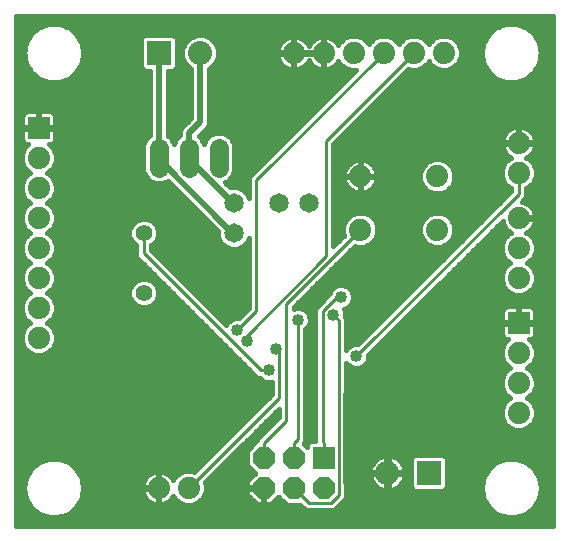
<source format=gbl>
G75*
G70*
%OFA0B0*%
%FSLAX24Y24*%
%IPPOS*%
%LPD*%
%AMOC8*
5,1,8,0,0,1.08239X$1,22.5*
%
%ADD10R,0.0740X0.0740*%
%ADD11OC8,0.0740*%
%ADD12C,0.0740*%
%ADD13R,0.0800X0.0800*%
%ADD14C,0.0800*%
%ADD15C,0.0560*%
%ADD16C,0.0650*%
%ADD17C,0.0640*%
%ADD18C,0.0160*%
%ADD19C,0.0200*%
%ADD20C,0.0400*%
%ADD21C,0.0100*%
D10*
X011061Y002682D03*
X017561Y007182D03*
X001561Y013682D03*
D11*
X009061Y002682D03*
X010061Y002682D03*
X010061Y001682D03*
X009061Y001682D03*
X011061Y001682D03*
D12*
X006561Y001682D03*
X005561Y001682D03*
X001561Y006682D03*
X001561Y007682D03*
X001561Y008682D03*
X001561Y009682D03*
X001561Y010682D03*
X001561Y011682D03*
X001561Y012682D03*
X010061Y016182D03*
X011061Y016182D03*
X012061Y016182D03*
X013061Y016182D03*
X014061Y016182D03*
X015061Y016182D03*
X017561Y013182D03*
X017561Y012182D03*
X017561Y010682D03*
X017561Y009682D03*
X017561Y008682D03*
X017561Y006182D03*
X017561Y005182D03*
X017561Y004182D03*
X014841Y010292D03*
X014841Y012072D03*
X012281Y012072D03*
X012281Y010292D03*
D13*
X005561Y016182D03*
X014561Y002182D03*
D14*
X013183Y002182D03*
X006939Y016182D03*
D15*
X005061Y010182D03*
X005061Y008182D03*
D16*
X008061Y010182D03*
X008061Y011182D03*
X009561Y011182D03*
X010561Y011182D03*
D17*
X007561Y012362D02*
X007561Y013002D01*
X006561Y013002D02*
X006561Y012362D01*
X005561Y012362D02*
X005561Y013002D01*
D18*
X000801Y017428D02*
X000801Y000422D01*
X018689Y000422D01*
X018689Y017428D01*
X000801Y017428D01*
X000801Y017378D02*
X018689Y017378D01*
X018689Y017219D02*
X000801Y017219D01*
X000801Y017061D02*
X001641Y017061D01*
X001569Y017035D02*
X001569Y017035D01*
X001890Y017152D01*
X001890Y017152D01*
X002013Y017152D01*
X002061Y017152D01*
X002061Y017152D01*
X002109Y017152D01*
X002232Y017152D01*
X002232Y017152D01*
X002554Y017035D01*
X002554Y017035D01*
X002816Y016815D01*
X002816Y016815D01*
X002987Y016518D01*
X002987Y016518D01*
X003046Y016182D01*
X003046Y016182D01*
X002987Y015845D01*
X002987Y015845D01*
X002816Y015548D01*
X002816Y015548D01*
X002816Y015548D01*
X002554Y015329D01*
X002554Y015329D01*
X002232Y015212D01*
X002232Y015212D01*
X002061Y015212D01*
X002013Y015212D01*
X001890Y015212D01*
X001890Y015212D01*
X001569Y015329D01*
X001569Y015329D01*
X001307Y015548D01*
X001307Y015548D01*
X001136Y015845D01*
X001136Y015845D01*
X001076Y016182D01*
X001136Y016518D01*
X001136Y016518D01*
X001307Y016815D01*
X001307Y016815D01*
X001569Y017035D01*
X001411Y016902D02*
X000801Y016902D01*
X000801Y016744D02*
X001266Y016744D01*
X001174Y016585D02*
X000801Y016585D01*
X000801Y016427D02*
X001119Y016427D01*
X001091Y016268D02*
X000801Y016268D01*
X000801Y016110D02*
X001089Y016110D01*
X001117Y015951D02*
X000801Y015951D01*
X000801Y015792D02*
X001166Y015792D01*
X001257Y015634D02*
X000801Y015634D01*
X000801Y015475D02*
X001394Y015475D01*
X001601Y015317D02*
X000801Y015317D01*
X000801Y015158D02*
X005261Y015158D01*
X005261Y015000D02*
X000801Y015000D01*
X000801Y014841D02*
X005261Y014841D01*
X005261Y014683D02*
X000801Y014683D01*
X000801Y014524D02*
X005261Y014524D01*
X005261Y014366D02*
X000801Y014366D01*
X000801Y014207D02*
X001100Y014207D01*
X001081Y014196D02*
X001047Y014162D01*
X001023Y014121D01*
X001011Y014075D01*
X001011Y013702D01*
X001541Y013702D01*
X001541Y014232D01*
X001167Y014232D01*
X001122Y014219D01*
X001081Y014196D01*
X001011Y014049D02*
X000801Y014049D01*
X000801Y013890D02*
X001011Y013890D01*
X001011Y013731D02*
X000801Y013731D01*
X000801Y013573D02*
X001011Y013573D01*
X001011Y013661D02*
X001011Y013288D01*
X001023Y013242D01*
X001047Y013201D01*
X001081Y013168D01*
X001122Y013144D01*
X001167Y013132D01*
X001205Y013132D01*
X001078Y013004D01*
X000991Y012795D01*
X000991Y012568D01*
X001078Y012359D01*
X001238Y012198D01*
X001279Y012182D01*
X001238Y012165D01*
X001078Y012004D01*
X000991Y011795D01*
X000991Y011568D01*
X001078Y011359D01*
X001238Y011198D01*
X001279Y011182D01*
X001238Y011165D01*
X001078Y011004D01*
X000991Y010795D01*
X000991Y010568D01*
X001078Y010359D01*
X001238Y010198D01*
X001279Y010182D01*
X001238Y010165D01*
X001078Y010004D01*
X000991Y009795D01*
X000991Y009568D01*
X001078Y009359D01*
X001238Y009198D01*
X001279Y009182D01*
X001238Y009165D01*
X001078Y009004D01*
X000991Y008795D01*
X000991Y008568D01*
X001078Y008359D01*
X001238Y008198D01*
X001279Y008182D01*
X001238Y008165D01*
X001078Y008004D01*
X000991Y007795D01*
X000991Y007568D01*
X001078Y007359D01*
X001238Y007198D01*
X001279Y007182D01*
X001238Y007165D01*
X001078Y007004D01*
X000991Y006795D01*
X000991Y006568D01*
X001078Y006359D01*
X001238Y006198D01*
X001448Y006112D01*
X001674Y006112D01*
X001884Y006198D01*
X002044Y006359D01*
X002131Y006568D01*
X002131Y006795D01*
X002044Y007004D01*
X001884Y007165D01*
X001843Y007182D01*
X001884Y007198D01*
X002044Y007359D01*
X002131Y007568D01*
X002131Y007795D01*
X002044Y008004D01*
X001884Y008165D01*
X001843Y008182D01*
X001884Y008198D01*
X002044Y008359D01*
X002131Y008568D01*
X002131Y008795D01*
X002044Y009004D01*
X001884Y009165D01*
X001843Y009182D01*
X001884Y009198D01*
X002044Y009359D01*
X002131Y009568D01*
X002131Y009795D01*
X002044Y010004D01*
X001884Y010165D01*
X001843Y010182D01*
X001884Y010198D01*
X002044Y010359D01*
X002131Y010568D01*
X002131Y010795D01*
X002044Y011004D01*
X001884Y011165D01*
X001843Y011182D01*
X001884Y011198D01*
X002044Y011359D01*
X002131Y011568D01*
X002131Y011795D01*
X002044Y012004D01*
X001884Y012165D01*
X001843Y012182D01*
X001884Y012198D01*
X002044Y012359D01*
X002131Y012568D01*
X002131Y012795D01*
X002044Y013004D01*
X001917Y013132D01*
X001955Y013132D01*
X002001Y013144D01*
X002042Y013168D01*
X002075Y013201D01*
X002099Y013242D01*
X002111Y013288D01*
X002111Y013661D01*
X001581Y013661D01*
X001581Y013702D01*
X001541Y013702D01*
X001541Y013661D01*
X001011Y013661D01*
X001011Y013414D02*
X000801Y013414D01*
X000801Y013256D02*
X001020Y013256D01*
X001171Y013097D02*
X000801Y013097D01*
X000801Y012939D02*
X001051Y012939D01*
X000991Y012780D02*
X000801Y012780D01*
X000801Y012622D02*
X000991Y012622D01*
X001035Y012463D02*
X000801Y012463D01*
X000801Y012305D02*
X001132Y012305D01*
X001219Y012146D02*
X000801Y012146D01*
X000801Y011987D02*
X001071Y011987D01*
X001005Y011829D02*
X000801Y011829D01*
X000801Y011670D02*
X000991Y011670D01*
X001014Y011512D02*
X000801Y011512D01*
X000801Y011353D02*
X001083Y011353D01*
X001247Y011195D02*
X000801Y011195D01*
X000801Y011036D02*
X001110Y011036D01*
X001025Y010878D02*
X000801Y010878D01*
X000801Y010719D02*
X000991Y010719D01*
X000994Y010561D02*
X000801Y010561D01*
X000801Y010402D02*
X001060Y010402D01*
X001193Y010243D02*
X000801Y010243D01*
X000801Y010085D02*
X001158Y010085D01*
X001046Y009926D02*
X000801Y009926D01*
X000801Y009768D02*
X000991Y009768D01*
X000991Y009609D02*
X000801Y009609D01*
X000801Y009451D02*
X001040Y009451D01*
X001144Y009292D02*
X000801Y009292D01*
X000801Y009134D02*
X001207Y009134D01*
X001066Y008975D02*
X000801Y008975D01*
X000801Y008817D02*
X001000Y008817D01*
X000991Y008658D02*
X000801Y008658D01*
X000801Y008499D02*
X001020Y008499D01*
X001096Y008341D02*
X000801Y008341D01*
X000801Y008182D02*
X001277Y008182D01*
X001097Y008024D02*
X000801Y008024D01*
X000801Y007865D02*
X001020Y007865D01*
X000991Y007707D02*
X000801Y007707D01*
X000801Y007548D02*
X000999Y007548D01*
X001065Y007390D02*
X000801Y007390D01*
X000801Y007231D02*
X001205Y007231D01*
X001146Y007073D02*
X000801Y007073D01*
X000801Y006914D02*
X001040Y006914D01*
X000991Y006756D02*
X000801Y006756D01*
X000801Y006597D02*
X000991Y006597D01*
X001045Y006438D02*
X000801Y006438D01*
X000801Y006280D02*
X001157Y006280D01*
X001424Y006121D02*
X000801Y006121D01*
X000801Y005963D02*
X008243Y005963D01*
X008084Y006121D02*
X001698Y006121D01*
X001966Y006280D02*
X007926Y006280D01*
X007767Y006438D02*
X002077Y006438D01*
X002131Y006597D02*
X007609Y006597D01*
X007450Y006756D02*
X002131Y006756D01*
X002082Y006914D02*
X007292Y006914D01*
X007133Y007073D02*
X001976Y007073D01*
X001917Y007231D02*
X006974Y007231D01*
X006816Y007390D02*
X002057Y007390D01*
X002123Y007548D02*
X006657Y007548D01*
X006499Y007707D02*
X005169Y007707D01*
X005157Y007702D02*
X005333Y007775D01*
X005468Y007910D01*
X005541Y008086D01*
X005541Y008277D01*
X005468Y008453D01*
X005333Y008588D01*
X005157Y008662D01*
X004966Y008662D01*
X004789Y008588D01*
X004654Y008453D01*
X004581Y008277D01*
X004581Y008086D01*
X004654Y007910D01*
X004789Y007775D01*
X004966Y007702D01*
X005157Y007702D01*
X004953Y007707D02*
X002131Y007707D01*
X002102Y007865D02*
X004699Y007865D01*
X004607Y008024D02*
X002025Y008024D01*
X001845Y008182D02*
X004581Y008182D01*
X004608Y008341D02*
X002027Y008341D01*
X002103Y008499D02*
X004700Y008499D01*
X004957Y008658D02*
X002131Y008658D01*
X002122Y008817D02*
X005389Y008817D01*
X005231Y008975D02*
X002056Y008975D01*
X001915Y009134D02*
X005072Y009134D01*
X004919Y009286D02*
X004849Y009356D01*
X004811Y009448D01*
X004811Y009766D01*
X004789Y009775D01*
X004654Y009910D01*
X004581Y010086D01*
X004581Y010277D01*
X004654Y010453D01*
X004789Y010588D01*
X004966Y010662D01*
X005157Y010662D01*
X005333Y010588D01*
X005468Y010453D01*
X005541Y010277D01*
X005541Y010086D01*
X005468Y009910D01*
X005333Y009775D01*
X005311Y009766D01*
X005311Y009602D01*
X007812Y007100D01*
X007842Y007171D01*
X007954Y007283D01*
X008101Y007344D01*
X008227Y007344D01*
X008561Y007678D01*
X008561Y010017D01*
X008506Y009884D01*
X008358Y009736D01*
X008166Y009657D01*
X007957Y009657D01*
X007764Y009736D01*
X007616Y009884D01*
X007536Y010077D01*
X007536Y010240D01*
X005855Y011921D01*
X005665Y011842D01*
X005458Y011842D01*
X005267Y011921D01*
X005120Y012067D01*
X005041Y012258D01*
X005041Y013105D01*
X005120Y013296D01*
X005261Y013437D01*
X005261Y015582D01*
X005078Y015582D01*
X004961Y015699D01*
X004961Y016664D01*
X005078Y016782D01*
X006044Y016782D01*
X006161Y016664D01*
X006161Y015699D01*
X006044Y015582D01*
X005861Y015582D01*
X005861Y013437D01*
X006002Y013296D01*
X006061Y013153D01*
X006120Y013296D01*
X006261Y013437D01*
X006261Y013442D01*
X006261Y013561D01*
X006307Y013672D01*
X006639Y014004D01*
X006639Y015656D01*
X006599Y015673D01*
X006430Y015842D01*
X006339Y016062D01*
X006339Y016301D01*
X006430Y016521D01*
X006599Y016690D01*
X006820Y016782D01*
X007058Y016782D01*
X007279Y016690D01*
X007448Y016521D01*
X007539Y016301D01*
X007539Y016062D01*
X007448Y015842D01*
X007279Y015673D01*
X007239Y015656D01*
X007239Y013939D01*
X007239Y013820D01*
X007193Y013710D01*
X006891Y013407D01*
X007002Y013296D01*
X007061Y013153D01*
X007120Y013296D01*
X007267Y013442D01*
X007458Y013522D01*
X007665Y013522D01*
X007856Y013442D01*
X008002Y013296D01*
X008081Y013105D01*
X008081Y012258D01*
X008002Y012067D01*
X007856Y011921D01*
X007757Y011880D01*
X007938Y011699D01*
X007957Y011707D01*
X008166Y011707D01*
X008358Y011627D01*
X008506Y011479D01*
X008561Y011346D01*
X008561Y011882D01*
X008561Y011981D01*
X008599Y012073D01*
X012138Y015612D01*
X011948Y015612D01*
X011738Y015698D01*
X011578Y015859D01*
X011549Y015928D01*
X011531Y015893D01*
X011481Y015823D01*
X011419Y015762D01*
X011349Y015711D01*
X011272Y015672D01*
X011190Y015645D01*
X011104Y015632D01*
X011081Y015632D01*
X011081Y016161D01*
X011041Y016161D01*
X011041Y015632D01*
X011018Y015632D01*
X010932Y015645D01*
X010850Y015672D01*
X010773Y015711D01*
X010703Y015762D01*
X010642Y015823D01*
X010591Y015893D01*
X010561Y015951D01*
X010561Y015951D01*
X010531Y015893D01*
X010481Y015823D01*
X010419Y015762D01*
X010349Y015711D01*
X010272Y015672D01*
X010190Y015645D01*
X010104Y015632D01*
X010081Y015632D01*
X010081Y016161D01*
X010041Y016161D01*
X010041Y015632D01*
X010018Y015632D01*
X009932Y015645D01*
X009850Y015672D01*
X009773Y015711D01*
X009703Y015762D01*
X009642Y015823D01*
X009591Y015893D01*
X009551Y015970D01*
X009525Y016053D01*
X009511Y016138D01*
X009511Y016161D01*
X010041Y016161D01*
X010041Y016202D01*
X010041Y016732D01*
X010018Y016732D01*
X009932Y016718D01*
X009850Y016691D01*
X009773Y016652D01*
X009703Y016601D01*
X009642Y016540D01*
X009591Y016470D01*
X009551Y016393D01*
X009525Y016310D01*
X009511Y016225D01*
X009511Y016202D01*
X010041Y016202D01*
X010081Y016202D01*
X010081Y016732D01*
X010104Y016732D01*
X010190Y016718D01*
X010272Y016691D01*
X010349Y016652D01*
X010419Y016601D01*
X010481Y016540D01*
X010531Y016470D01*
X010561Y016412D01*
X010591Y016470D01*
X010642Y016540D01*
X010703Y016601D01*
X010773Y016652D01*
X010850Y016691D01*
X010932Y016718D01*
X011018Y016732D01*
X011041Y016732D01*
X011041Y016202D01*
X011081Y016202D01*
X011081Y016732D01*
X011104Y016732D01*
X011190Y016718D01*
X011272Y016691D01*
X011349Y016652D01*
X011419Y016601D01*
X011481Y016540D01*
X011531Y016470D01*
X011549Y016435D01*
X011578Y016504D01*
X011738Y016665D01*
X011948Y016752D01*
X012174Y016752D01*
X012384Y016665D01*
X012544Y016504D01*
X012561Y016464D01*
X012578Y016504D01*
X012738Y016665D01*
X012948Y016752D01*
X013174Y016752D01*
X013384Y016665D01*
X013544Y016504D01*
X013561Y016464D01*
X013578Y016504D01*
X013738Y016665D01*
X013948Y016752D01*
X014174Y016752D01*
X014384Y016665D01*
X014544Y016504D01*
X014561Y016464D01*
X014578Y016504D01*
X014738Y016665D01*
X014948Y016752D01*
X015174Y016752D01*
X015384Y016665D01*
X015544Y016504D01*
X015631Y016295D01*
X015631Y016068D01*
X015544Y015859D01*
X015384Y015698D01*
X015174Y015612D01*
X014948Y015612D01*
X014738Y015698D01*
X014578Y015859D01*
X014561Y015899D01*
X014544Y015859D01*
X014384Y015698D01*
X014174Y015612D01*
X013948Y015612D01*
X013875Y015642D01*
X011380Y013147D01*
X011380Y009744D01*
X011741Y010105D01*
X011711Y010178D01*
X011711Y010405D01*
X011798Y010614D01*
X011958Y010775D01*
X012168Y010862D01*
X012394Y010862D01*
X012604Y010775D01*
X012764Y010614D01*
X012851Y010405D01*
X012851Y010178D01*
X012764Y009969D01*
X012604Y009808D01*
X012394Y009722D01*
X012168Y009722D01*
X012095Y009752D01*
X010058Y007715D01*
X010058Y007656D01*
X010118Y007681D01*
X010278Y007681D01*
X010425Y007621D01*
X010537Y007508D01*
X010598Y007361D01*
X010598Y007202D01*
X010537Y007055D01*
X010448Y006966D01*
X010448Y003368D01*
X010448Y003269D01*
X010410Y003177D01*
X010391Y003158D01*
X010491Y003058D01*
X010491Y003134D01*
X010608Y003252D01*
X010784Y003252D01*
X010784Y003259D01*
X010784Y007538D01*
X010784Y007637D01*
X010822Y007729D01*
X011244Y008152D01*
X011293Y008269D01*
X011405Y008381D01*
X011552Y008442D01*
X011711Y008442D01*
X011858Y008381D01*
X011971Y008269D01*
X012032Y008122D01*
X012032Y007963D01*
X011971Y007816D01*
X011858Y007703D01*
X011730Y007650D01*
X011775Y007539D01*
X011775Y007410D01*
X011811Y007324D01*
X011811Y006295D01*
X011812Y006296D01*
X011924Y006409D01*
X012071Y006469D01*
X012197Y006469D01*
X017311Y011583D01*
X017311Y011668D01*
X017238Y011698D01*
X017078Y011859D01*
X016991Y012068D01*
X016991Y012295D01*
X017078Y012504D01*
X017238Y012665D01*
X017308Y012694D01*
X017273Y012711D01*
X017203Y012762D01*
X017142Y012823D01*
X017091Y012893D01*
X017051Y012970D01*
X017025Y013053D01*
X017011Y013138D01*
X017011Y013161D01*
X017541Y013161D01*
X017541Y013202D01*
X017541Y013732D01*
X017518Y013732D01*
X017432Y013718D01*
X017350Y013691D01*
X017273Y013652D01*
X017203Y013601D01*
X017142Y013540D01*
X017091Y013470D01*
X017051Y013393D01*
X017025Y013310D01*
X017011Y013225D01*
X017011Y013202D01*
X017541Y013202D01*
X017581Y013202D01*
X017581Y013732D01*
X017604Y013732D01*
X017690Y013718D01*
X017772Y013691D01*
X017849Y013652D01*
X017919Y013601D01*
X017981Y013540D01*
X018031Y013470D01*
X018071Y013393D01*
X018098Y013310D01*
X018111Y013225D01*
X018111Y013202D01*
X017581Y013202D01*
X017581Y013161D01*
X018111Y013161D01*
X018111Y013138D01*
X018098Y013053D01*
X018071Y012970D01*
X018031Y012893D01*
X017981Y012823D01*
X017919Y012762D01*
X017849Y012711D01*
X017815Y012694D01*
X017884Y012665D01*
X018044Y012504D01*
X018131Y012295D01*
X018131Y012068D01*
X018044Y011859D01*
X017884Y011698D01*
X017811Y011668D01*
X017811Y011430D01*
X017773Y011338D01*
X017703Y011268D01*
X017658Y011223D01*
X017690Y011218D01*
X017772Y011191D01*
X017849Y011152D01*
X017919Y011101D01*
X017981Y011040D01*
X018031Y010970D01*
X018071Y010893D01*
X018098Y010810D01*
X018111Y010725D01*
X018111Y010702D01*
X017581Y010702D01*
X017581Y010661D01*
X018111Y010661D01*
X018111Y010638D01*
X018098Y010553D01*
X018071Y010470D01*
X018031Y010393D01*
X017981Y010323D01*
X017919Y010262D01*
X017849Y010211D01*
X017815Y010194D01*
X017884Y010165D01*
X018044Y010004D01*
X018131Y009795D01*
X018131Y009568D01*
X018044Y009359D01*
X017884Y009198D01*
X017843Y009182D01*
X017884Y009165D01*
X018044Y009004D01*
X018131Y008795D01*
X018131Y008568D01*
X018044Y008359D01*
X017884Y008198D01*
X017674Y008112D01*
X017448Y008112D01*
X017238Y008198D01*
X017078Y008359D01*
X016991Y008568D01*
X016991Y008795D01*
X017078Y009004D01*
X017238Y009165D01*
X017279Y009182D01*
X017238Y009198D01*
X017078Y009359D01*
X016991Y009568D01*
X016991Y009795D01*
X017078Y010004D01*
X017238Y010165D01*
X017308Y010194D01*
X017273Y010211D01*
X017203Y010262D01*
X017142Y010323D01*
X017091Y010393D01*
X017051Y010470D01*
X017025Y010553D01*
X017020Y010585D01*
X012551Y006116D01*
X012551Y005990D01*
X012490Y005843D01*
X012377Y005730D01*
X012230Y005669D01*
X012071Y005669D01*
X011924Y005730D01*
X011812Y005843D01*
X011811Y005844D01*
X011811Y001503D01*
X011811Y001403D01*
X011773Y001311D01*
X011502Y001040D01*
X011431Y000970D01*
X011339Y000931D01*
X010611Y000931D01*
X010511Y000931D01*
X010420Y000970D01*
X010278Y001112D01*
X009825Y001112D01*
X009547Y001390D01*
X009289Y001132D01*
X009081Y001132D01*
X009081Y001661D01*
X009041Y001661D01*
X009041Y001132D01*
X008833Y001132D01*
X008511Y001454D01*
X008511Y001661D01*
X009041Y001661D01*
X009041Y001702D01*
X008511Y001702D01*
X008511Y001909D01*
X008769Y002167D01*
X008491Y002445D01*
X008491Y002918D01*
X008816Y003242D01*
X008849Y003323D01*
X009558Y004032D01*
X009558Y004325D01*
X007101Y001868D01*
X007131Y001795D01*
X007131Y001568D01*
X007044Y001359D01*
X006884Y001198D01*
X006674Y001112D01*
X006448Y001112D01*
X006238Y001198D01*
X006078Y001359D01*
X006049Y001428D01*
X006031Y001393D01*
X005981Y001323D01*
X005919Y001262D01*
X005849Y001211D01*
X005772Y001172D01*
X005690Y001145D01*
X005604Y001132D01*
X005581Y001132D01*
X005581Y001661D01*
X005541Y001661D01*
X005541Y001132D01*
X005518Y001132D01*
X005432Y001145D01*
X005350Y001172D01*
X005273Y001211D01*
X005203Y001262D01*
X005142Y001323D01*
X005091Y001393D01*
X005051Y001470D01*
X005025Y001553D01*
X005011Y001638D01*
X005011Y001661D01*
X005541Y001661D01*
X005541Y001702D01*
X005541Y002232D01*
X005518Y002232D01*
X005432Y002218D01*
X005350Y002191D01*
X005273Y002152D01*
X005203Y002101D01*
X005142Y002040D01*
X005091Y001970D01*
X005051Y001893D01*
X005025Y001810D01*
X005011Y001725D01*
X005011Y001702D01*
X005541Y001702D01*
X005581Y001702D01*
X005581Y002232D01*
X005604Y002232D01*
X005690Y002218D01*
X005772Y002191D01*
X005849Y002152D01*
X005919Y002101D01*
X005981Y002040D01*
X006031Y001970D01*
X006049Y001935D01*
X006078Y002004D01*
X006238Y002165D01*
X006448Y002252D01*
X006674Y002252D01*
X006747Y002221D01*
X009323Y004797D01*
X009323Y005199D01*
X009322Y005198D01*
X009163Y005198D01*
X009016Y005259D01*
X008927Y005348D01*
X008911Y005348D01*
X008819Y005386D01*
X004919Y009286D01*
X004913Y009292D02*
X001978Y009292D01*
X002082Y009451D02*
X004811Y009451D01*
X004811Y009609D02*
X002131Y009609D01*
X002131Y009768D02*
X004806Y009768D01*
X004647Y009926D02*
X002077Y009926D01*
X001964Y010085D02*
X004582Y010085D01*
X004581Y010243D02*
X001929Y010243D01*
X002062Y010402D02*
X004633Y010402D01*
X004761Y010561D02*
X002128Y010561D01*
X002131Y010719D02*
X007057Y010719D01*
X007216Y010561D02*
X005361Y010561D01*
X005489Y010402D02*
X007374Y010402D01*
X007533Y010243D02*
X005541Y010243D01*
X005541Y010085D02*
X007536Y010085D01*
X007599Y009926D02*
X005475Y009926D01*
X005316Y009768D02*
X007732Y009768D01*
X008390Y009768D02*
X008561Y009768D01*
X008561Y009926D02*
X008524Y009926D01*
X008561Y009609D02*
X005311Y009609D01*
X005462Y009451D02*
X008561Y009451D01*
X008561Y009292D02*
X005620Y009292D01*
X005779Y009134D02*
X008561Y009134D01*
X008561Y008975D02*
X005938Y008975D01*
X006096Y008817D02*
X008561Y008817D01*
X008561Y008658D02*
X006255Y008658D01*
X006413Y008499D02*
X008561Y008499D01*
X008561Y008341D02*
X006572Y008341D01*
X006730Y008182D02*
X008561Y008182D01*
X008561Y008024D02*
X006889Y008024D01*
X007047Y007865D02*
X008561Y007865D01*
X008561Y007707D02*
X007206Y007707D01*
X007364Y007548D02*
X008431Y007548D01*
X008273Y007390D02*
X007523Y007390D01*
X007681Y007231D02*
X007902Y007231D01*
X008401Y005804D02*
X000801Y005804D01*
X000801Y005646D02*
X008560Y005646D01*
X008718Y005487D02*
X000801Y005487D01*
X000801Y005329D02*
X008947Y005329D01*
X009323Y005170D02*
X000801Y005170D01*
X000801Y005012D02*
X009323Y005012D01*
X009323Y004853D02*
X000801Y004853D01*
X000801Y004694D02*
X009221Y004694D01*
X009062Y004536D02*
X000801Y004536D01*
X000801Y004377D02*
X008903Y004377D01*
X008745Y004219D02*
X000801Y004219D01*
X000801Y004060D02*
X008586Y004060D01*
X008428Y003902D02*
X000801Y003902D01*
X000801Y003743D02*
X008269Y003743D01*
X008111Y003585D02*
X000801Y003585D01*
X000801Y003426D02*
X007952Y003426D01*
X007794Y003268D02*
X000801Y003268D01*
X000801Y003109D02*
X007635Y003109D01*
X007477Y002950D02*
X000801Y002950D01*
X000801Y002792D02*
X007318Y002792D01*
X007159Y002633D02*
X002282Y002633D01*
X002232Y002652D02*
X002232Y002652D01*
X002109Y002652D01*
X002061Y002652D01*
X002054Y002652D01*
X002013Y002652D01*
X001890Y002652D01*
X001569Y002535D01*
X001569Y002535D01*
X001307Y002315D01*
X001307Y002315D01*
X001307Y002315D01*
X001136Y002018D01*
X001076Y001682D01*
X000801Y001682D01*
X000801Y001524D02*
X001104Y001524D01*
X001076Y001682D02*
X001136Y001345D01*
X001307Y001048D01*
X000801Y001048D01*
X000801Y001206D02*
X001215Y001206D01*
X001136Y001345D02*
X001136Y001345D01*
X001132Y001365D02*
X000801Y001365D01*
X001076Y001682D02*
X001076Y001682D01*
X001104Y001841D02*
X000801Y001841D01*
X000801Y001999D02*
X001132Y001999D01*
X001136Y002018D02*
X001136Y002018D01*
X001216Y002158D02*
X000801Y002158D01*
X000801Y002316D02*
X001309Y002316D01*
X001497Y002475D02*
X000801Y002475D01*
X000801Y002633D02*
X001840Y002633D01*
X001890Y002652D02*
X001890Y002652D01*
X002232Y002652D02*
X002554Y002535D01*
X002554Y002535D01*
X002816Y002315D01*
X002816Y002315D01*
X002987Y002018D01*
X002987Y002018D01*
X003046Y001682D01*
X005541Y001682D01*
X005541Y001524D02*
X005581Y001524D01*
X005581Y001365D02*
X005541Y001365D01*
X005541Y001206D02*
X005581Y001206D01*
X005282Y001206D02*
X002907Y001206D01*
X002987Y001345D02*
X002816Y001048D01*
X002816Y001048D01*
X002816Y001048D01*
X002554Y000829D01*
X002554Y000829D01*
X002232Y000712D01*
X002109Y000712D01*
X002061Y000712D01*
X001890Y000712D01*
X001890Y000712D01*
X001569Y000829D01*
X001569Y000829D01*
X001307Y001048D01*
X001307Y001048D01*
X001496Y000889D02*
X000801Y000889D01*
X000801Y000731D02*
X001837Y000731D01*
X002232Y000712D02*
X002232Y000712D01*
X002285Y000731D02*
X017087Y000731D01*
X017140Y000712D02*
X017140Y000712D01*
X017263Y000712D01*
X017311Y000712D01*
X017482Y000712D01*
X017804Y000829D01*
X018066Y001048D01*
X018066Y001048D01*
X018066Y001048D01*
X018237Y001345D01*
X018296Y001682D01*
X018689Y001682D01*
X018689Y001524D02*
X018268Y001524D01*
X018296Y001682D02*
X018296Y001682D01*
X018237Y002018D01*
X018066Y002315D01*
X017804Y002535D01*
X017804Y002535D01*
X017482Y002652D01*
X017359Y002652D01*
X017311Y002652D01*
X017310Y002652D01*
X017263Y002652D01*
X017140Y002652D01*
X016819Y002535D01*
X016819Y002535D01*
X016557Y002315D01*
X016557Y002315D01*
X016557Y002315D01*
X016386Y002018D01*
X016326Y001682D01*
X015144Y001682D01*
X015161Y001699D02*
X015161Y002664D01*
X015044Y002782D01*
X014078Y002782D01*
X013961Y002664D01*
X013961Y001699D01*
X014078Y001582D01*
X015044Y001582D01*
X015161Y001699D01*
X015161Y001841D02*
X016354Y001841D01*
X016382Y001999D02*
X015161Y001999D01*
X015161Y002158D02*
X016466Y002158D01*
X016386Y002018D02*
X016386Y002018D01*
X016559Y002316D02*
X015161Y002316D01*
X015161Y002475D02*
X016747Y002475D01*
X017090Y002633D02*
X015161Y002633D01*
X013961Y002633D02*
X013548Y002633D01*
X013561Y002624D02*
X013487Y002678D01*
X013406Y002719D01*
X013319Y002747D01*
X013229Y002762D01*
X013221Y002762D01*
X013221Y002220D01*
X013145Y002220D01*
X013145Y002762D01*
X013137Y002762D01*
X013047Y002747D01*
X012960Y002719D01*
X012879Y002678D01*
X012805Y002624D01*
X012741Y002559D01*
X012687Y002486D01*
X012646Y002404D01*
X012617Y002317D01*
X012603Y002227D01*
X012603Y002220D01*
X013145Y002220D01*
X013145Y002143D01*
X013221Y002143D01*
X013221Y001602D01*
X013229Y001602D01*
X013319Y001616D01*
X013406Y001644D01*
X013487Y001686D01*
X013561Y001739D01*
X013626Y001804D01*
X013679Y001878D01*
X013721Y001959D01*
X013749Y002046D01*
X013763Y002136D01*
X013763Y002143D01*
X013221Y002143D01*
X013221Y002220D01*
X013763Y002220D01*
X013763Y002227D01*
X013749Y002317D01*
X013721Y002404D01*
X013679Y002486D01*
X013626Y002559D01*
X013561Y002624D01*
X013685Y002475D02*
X013961Y002475D01*
X013961Y002316D02*
X013749Y002316D01*
X013961Y002158D02*
X013221Y002158D01*
X013145Y002158D02*
X011811Y002158D01*
X011811Y002316D02*
X012617Y002316D01*
X012682Y002475D02*
X011811Y002475D01*
X011811Y002633D02*
X012818Y002633D01*
X013145Y002633D02*
X013221Y002633D01*
X013221Y002475D02*
X013145Y002475D01*
X013145Y002316D02*
X013221Y002316D01*
X013145Y002143D02*
X012603Y002143D01*
X012603Y002136D01*
X012617Y002046D01*
X012646Y001959D01*
X012687Y001878D01*
X012741Y001804D01*
X012805Y001739D01*
X012879Y001686D01*
X012960Y001644D01*
X013047Y001616D01*
X013137Y001602D01*
X013145Y001602D01*
X013145Y002143D01*
X013145Y001999D02*
X013221Y001999D01*
X013221Y001841D02*
X013145Y001841D01*
X013145Y001682D02*
X013221Y001682D01*
X013480Y001682D02*
X013978Y001682D01*
X013961Y001841D02*
X013652Y001841D01*
X013734Y001999D02*
X013961Y001999D01*
X012886Y001682D02*
X011811Y001682D01*
X011811Y001524D02*
X016354Y001524D01*
X016326Y001682D02*
X016386Y001345D01*
X016557Y001048D01*
X011510Y001048D01*
X011668Y001206D02*
X016465Y001206D01*
X016386Y001345D02*
X016386Y001345D01*
X016382Y001365D02*
X011795Y001365D01*
X011811Y001841D02*
X012714Y001841D01*
X012633Y001999D02*
X011811Y001999D01*
X011811Y002792D02*
X018689Y002792D01*
X018689Y002950D02*
X011811Y002950D01*
X011811Y003109D02*
X018689Y003109D01*
X018689Y003268D02*
X011811Y003268D01*
X011811Y003426D02*
X018689Y003426D01*
X018689Y003585D02*
X011811Y003585D01*
X011811Y003743D02*
X017193Y003743D01*
X017238Y003698D02*
X017448Y003612D01*
X017674Y003612D01*
X017884Y003698D01*
X018044Y003859D01*
X018131Y004068D01*
X018131Y004295D01*
X018044Y004504D01*
X017884Y004665D01*
X017843Y004682D01*
X017884Y004698D01*
X018044Y004859D01*
X018131Y005068D01*
X018131Y005295D01*
X018044Y005504D01*
X017884Y005665D01*
X017843Y005682D01*
X017884Y005698D01*
X018044Y005859D01*
X018131Y006068D01*
X018131Y006295D01*
X018044Y006504D01*
X017917Y006632D01*
X017955Y006632D01*
X018001Y006644D01*
X018042Y006668D01*
X018075Y006701D01*
X018099Y006742D01*
X018111Y006788D01*
X018111Y007161D01*
X017581Y007161D01*
X017581Y007202D01*
X017541Y007202D01*
X017541Y007732D01*
X017167Y007732D01*
X017122Y007719D01*
X017081Y007696D01*
X017047Y007662D01*
X017023Y007621D01*
X017011Y007575D01*
X017011Y007202D01*
X017541Y007202D01*
X017541Y007161D01*
X017011Y007161D01*
X017011Y006788D01*
X017023Y006742D01*
X017047Y006701D01*
X017081Y006668D01*
X017122Y006644D01*
X017167Y006632D01*
X017205Y006632D01*
X017078Y006504D01*
X016991Y006295D01*
X016991Y006068D01*
X017078Y005859D01*
X017238Y005698D01*
X017279Y005682D01*
X017238Y005665D01*
X017078Y005504D01*
X016991Y005295D01*
X016991Y005068D01*
X017078Y004859D01*
X017238Y004698D01*
X017279Y004682D01*
X017238Y004665D01*
X017078Y004504D01*
X016991Y004295D01*
X016991Y004068D01*
X017078Y003859D01*
X017238Y003698D01*
X017060Y003902D02*
X011811Y003902D01*
X011811Y004060D02*
X016994Y004060D01*
X016991Y004219D02*
X011811Y004219D01*
X011811Y004377D02*
X017025Y004377D01*
X017109Y004536D02*
X011811Y004536D01*
X011811Y004694D02*
X017248Y004694D01*
X017084Y004853D02*
X011811Y004853D01*
X011811Y005012D02*
X017015Y005012D01*
X016991Y005170D02*
X011811Y005170D01*
X011811Y005329D02*
X017005Y005329D01*
X017071Y005487D02*
X011811Y005487D01*
X011811Y005646D02*
X017219Y005646D01*
X017132Y005804D02*
X012451Y005804D01*
X012539Y005963D02*
X017035Y005963D01*
X016991Y006121D02*
X012556Y006121D01*
X012715Y006280D02*
X016991Y006280D01*
X017051Y006438D02*
X012873Y006438D01*
X013032Y006597D02*
X017170Y006597D01*
X017020Y006756D02*
X013190Y006756D01*
X013349Y006914D02*
X017011Y006914D01*
X017011Y007073D02*
X013507Y007073D01*
X013666Y007231D02*
X017011Y007231D01*
X017011Y007390D02*
X013824Y007390D01*
X013983Y007548D02*
X017011Y007548D01*
X017100Y007707D02*
X014141Y007707D01*
X014300Y007865D02*
X018689Y007865D01*
X018689Y007707D02*
X018022Y007707D01*
X018042Y007696D02*
X018001Y007719D01*
X017955Y007732D01*
X017581Y007732D01*
X017581Y007202D01*
X018111Y007202D01*
X018111Y007575D01*
X018099Y007621D01*
X018075Y007662D01*
X018042Y007696D01*
X018111Y007548D02*
X018689Y007548D01*
X018689Y007390D02*
X018111Y007390D01*
X018111Y007231D02*
X018689Y007231D01*
X018689Y007073D02*
X018111Y007073D01*
X018111Y006914D02*
X018689Y006914D01*
X018689Y006756D02*
X018102Y006756D01*
X017952Y006597D02*
X018689Y006597D01*
X018689Y006438D02*
X018072Y006438D01*
X018131Y006280D02*
X018689Y006280D01*
X018689Y006121D02*
X018131Y006121D01*
X018087Y005963D02*
X018689Y005963D01*
X018689Y005804D02*
X017990Y005804D01*
X017903Y005646D02*
X018689Y005646D01*
X018689Y005487D02*
X018051Y005487D01*
X018117Y005329D02*
X018689Y005329D01*
X018689Y005170D02*
X018131Y005170D01*
X018108Y005012D02*
X018689Y005012D01*
X018689Y004853D02*
X018039Y004853D01*
X017875Y004694D02*
X018689Y004694D01*
X018689Y004536D02*
X018013Y004536D01*
X018097Y004377D02*
X018689Y004377D01*
X018689Y004219D02*
X018131Y004219D01*
X018128Y004060D02*
X018689Y004060D01*
X018689Y003902D02*
X018062Y003902D01*
X017929Y003743D02*
X018689Y003743D01*
X018689Y002633D02*
X017532Y002633D01*
X017482Y002652D02*
X017482Y002652D01*
X017140Y002652D02*
X017140Y002652D01*
X017875Y002475D02*
X018689Y002475D01*
X018689Y002316D02*
X018064Y002316D01*
X018066Y002315D02*
X018066Y002315D01*
X018156Y002158D02*
X018689Y002158D01*
X018689Y001999D02*
X018240Y001999D01*
X018237Y002018D02*
X018237Y002018D01*
X018268Y001841D02*
X018689Y001841D01*
X018689Y001365D02*
X018240Y001365D01*
X018237Y001345D02*
X018237Y001345D01*
X018157Y001206D02*
X018689Y001206D01*
X018689Y001048D02*
X018065Y001048D01*
X017876Y000889D02*
X018689Y000889D01*
X018689Y000731D02*
X017535Y000731D01*
X017482Y000712D02*
X017482Y000712D01*
X017140Y000712D02*
X016819Y000829D01*
X016819Y000829D01*
X016557Y001048D01*
X016557Y001048D01*
X016746Y000889D02*
X002626Y000889D01*
X002815Y001048D02*
X010341Y001048D01*
X009730Y001206D02*
X009364Y001206D01*
X009522Y001365D02*
X009572Y001365D01*
X009081Y001365D02*
X009041Y001365D01*
X009041Y001206D02*
X009081Y001206D01*
X009081Y001524D02*
X009041Y001524D01*
X009041Y001682D02*
X007131Y001682D01*
X007113Y001524D02*
X008511Y001524D01*
X008600Y001365D02*
X007047Y001365D01*
X006892Y001206D02*
X008758Y001206D01*
X008511Y001841D02*
X007112Y001841D01*
X007232Y001999D02*
X008601Y001999D01*
X008759Y002158D02*
X007391Y002158D01*
X007549Y002316D02*
X008620Y002316D01*
X008491Y002475D02*
X007708Y002475D01*
X007866Y002633D02*
X008491Y002633D01*
X008491Y002792D02*
X008025Y002792D01*
X008183Y002950D02*
X008524Y002950D01*
X008683Y003109D02*
X008342Y003109D01*
X008501Y003268D02*
X008826Y003268D01*
X008952Y003426D02*
X008659Y003426D01*
X008818Y003585D02*
X009111Y003585D01*
X008976Y003743D02*
X009269Y003743D01*
X009135Y003902D02*
X009428Y003902D01*
X009558Y004060D02*
X009293Y004060D01*
X009452Y004219D02*
X009558Y004219D01*
X010448Y004219D02*
X010784Y004219D01*
X010784Y004377D02*
X010448Y004377D01*
X010448Y004536D02*
X010784Y004536D01*
X010784Y004694D02*
X010448Y004694D01*
X010448Y004853D02*
X010784Y004853D01*
X010784Y005012D02*
X010448Y005012D01*
X010448Y005170D02*
X010784Y005170D01*
X010784Y005329D02*
X010448Y005329D01*
X010448Y005487D02*
X010784Y005487D01*
X010784Y005646D02*
X010448Y005646D01*
X010448Y005804D02*
X010784Y005804D01*
X010784Y005963D02*
X010448Y005963D01*
X010448Y006121D02*
X010784Y006121D01*
X010784Y006280D02*
X010448Y006280D01*
X010448Y006438D02*
X010784Y006438D01*
X010784Y006597D02*
X010448Y006597D01*
X010448Y006756D02*
X010784Y006756D01*
X010784Y006914D02*
X010448Y006914D01*
X010544Y007073D02*
X010784Y007073D01*
X010784Y007231D02*
X010598Y007231D01*
X010586Y007390D02*
X010784Y007390D01*
X010784Y007548D02*
X010497Y007548D01*
X010813Y007707D02*
X010058Y007707D01*
X010208Y007865D02*
X010958Y007865D01*
X011116Y008024D02*
X010367Y008024D01*
X010525Y008182D02*
X011257Y008182D01*
X011365Y008341D02*
X010684Y008341D01*
X010843Y008499D02*
X014227Y008499D01*
X014069Y008341D02*
X011899Y008341D01*
X012007Y008182D02*
X013910Y008182D01*
X013752Y008024D02*
X012032Y008024D01*
X011991Y007865D02*
X013593Y007865D01*
X013435Y007707D02*
X011862Y007707D01*
X011772Y007548D02*
X013276Y007548D01*
X013117Y007390D02*
X011784Y007390D01*
X011811Y007231D02*
X012959Y007231D01*
X012800Y007073D02*
X011811Y007073D01*
X011811Y006914D02*
X012642Y006914D01*
X012483Y006756D02*
X011811Y006756D01*
X011811Y006597D02*
X012325Y006597D01*
X011996Y006438D02*
X011811Y006438D01*
X011811Y005804D02*
X011850Y005804D01*
X010784Y004060D02*
X010448Y004060D01*
X010448Y003902D02*
X010784Y003902D01*
X010784Y003743D02*
X010448Y003743D01*
X010448Y003585D02*
X010784Y003585D01*
X010784Y003426D02*
X010448Y003426D01*
X010447Y003268D02*
X010784Y003268D01*
X010491Y003109D02*
X010440Y003109D01*
X007001Y002475D02*
X002625Y002475D01*
X002814Y002316D02*
X006842Y002316D01*
X006231Y002158D02*
X005838Y002158D01*
X006010Y001999D02*
X006076Y001999D01*
X005581Y001999D02*
X005541Y001999D01*
X005541Y001841D02*
X005581Y001841D01*
X005581Y002158D02*
X005541Y002158D01*
X005284Y002158D02*
X002906Y002158D01*
X002990Y001999D02*
X005112Y001999D01*
X005035Y001841D02*
X003018Y001841D01*
X003046Y001682D02*
X003046Y001682D01*
X002987Y001345D01*
X002987Y001345D01*
X002990Y001365D02*
X005111Y001365D01*
X005034Y001524D02*
X003018Y001524D01*
X000801Y000572D02*
X018689Y000572D01*
X017804Y000829D02*
X017804Y000829D01*
X016326Y001682D02*
X016326Y001682D01*
X017541Y007231D02*
X017581Y007231D01*
X017581Y007390D02*
X017541Y007390D01*
X017541Y007548D02*
X017581Y007548D01*
X017581Y007707D02*
X017541Y007707D01*
X017277Y008182D02*
X014617Y008182D01*
X014459Y008024D02*
X018689Y008024D01*
X018689Y008182D02*
X017845Y008182D01*
X018027Y008341D02*
X018689Y008341D01*
X018689Y008499D02*
X018103Y008499D01*
X018131Y008658D02*
X018689Y008658D01*
X018689Y008817D02*
X018122Y008817D01*
X018056Y008975D02*
X018689Y008975D01*
X018689Y009134D02*
X017915Y009134D01*
X017978Y009292D02*
X018689Y009292D01*
X018689Y009451D02*
X018082Y009451D01*
X018131Y009609D02*
X018689Y009609D01*
X018689Y009768D02*
X018131Y009768D01*
X018077Y009926D02*
X018689Y009926D01*
X018689Y010085D02*
X017964Y010085D01*
X017894Y010243D02*
X018689Y010243D01*
X018689Y010402D02*
X018036Y010402D01*
X018099Y010561D02*
X018689Y010561D01*
X018689Y010719D02*
X018111Y010719D01*
X018076Y010878D02*
X018689Y010878D01*
X018689Y011036D02*
X017983Y011036D01*
X017762Y011195D02*
X018689Y011195D01*
X018689Y011353D02*
X017779Y011353D01*
X017811Y011512D02*
X018689Y011512D01*
X018689Y011670D02*
X017816Y011670D01*
X018015Y011829D02*
X018689Y011829D01*
X018689Y011987D02*
X018098Y011987D01*
X018131Y012146D02*
X018689Y012146D01*
X018689Y012305D02*
X018127Y012305D01*
X018061Y012463D02*
X018689Y012463D01*
X018689Y012622D02*
X017927Y012622D01*
X017937Y012780D02*
X018689Y012780D01*
X018689Y012939D02*
X018055Y012939D01*
X018105Y013097D02*
X018689Y013097D01*
X018689Y013256D02*
X018106Y013256D01*
X018060Y013414D02*
X018689Y013414D01*
X018689Y013573D02*
X017948Y013573D01*
X017581Y013573D02*
X017541Y013573D01*
X017541Y013731D02*
X017581Y013731D01*
X017605Y013731D02*
X018689Y013731D01*
X018689Y013890D02*
X012123Y013890D01*
X012282Y014049D02*
X018689Y014049D01*
X018689Y014207D02*
X012440Y014207D01*
X012599Y014366D02*
X018689Y014366D01*
X018689Y014524D02*
X012757Y014524D01*
X012916Y014683D02*
X018689Y014683D01*
X018689Y014841D02*
X013074Y014841D01*
X013233Y015000D02*
X018689Y015000D01*
X018689Y015158D02*
X013391Y015158D01*
X013550Y015317D02*
X016851Y015317D01*
X016819Y015329D02*
X017140Y015212D01*
X017263Y015212D01*
X017311Y015212D01*
X017482Y015212D01*
X017804Y015329D01*
X018066Y015548D01*
X018066Y015548D01*
X018066Y015548D01*
X018237Y015845D01*
X018296Y016182D01*
X018237Y016518D01*
X018066Y016815D01*
X017804Y017035D01*
X017804Y017035D01*
X017482Y017152D01*
X017359Y017152D01*
X017311Y017152D01*
X017281Y017152D01*
X017263Y017152D01*
X017140Y017152D01*
X016819Y017035D01*
X016819Y017035D01*
X016557Y016815D01*
X016557Y016815D01*
X016557Y016815D01*
X016386Y016518D01*
X016326Y016182D01*
X016326Y016182D01*
X016386Y015845D01*
X016557Y015548D01*
X016819Y015329D01*
X016819Y015329D01*
X016644Y015475D02*
X013708Y015475D01*
X013867Y015634D02*
X013894Y015634D01*
X014228Y015634D02*
X014894Y015634D01*
X014644Y015792D02*
X014478Y015792D01*
X015228Y015634D02*
X016507Y015634D01*
X016557Y015548D02*
X016557Y015548D01*
X016416Y015792D02*
X015478Y015792D01*
X015583Y015951D02*
X016367Y015951D01*
X016386Y015845D02*
X016386Y015845D01*
X016339Y016110D02*
X015631Y016110D01*
X015631Y016268D02*
X016341Y016268D01*
X016369Y016427D02*
X015577Y016427D01*
X015464Y016585D02*
X016424Y016585D01*
X016386Y016518D02*
X016386Y016518D01*
X016516Y016744D02*
X015193Y016744D01*
X014929Y016744D02*
X014193Y016744D01*
X013929Y016744D02*
X013193Y016744D01*
X012929Y016744D02*
X012193Y016744D01*
X012464Y016585D02*
X012659Y016585D01*
X011929Y016744D02*
X007150Y016744D01*
X007384Y016585D02*
X009687Y016585D01*
X009569Y016427D02*
X007487Y016427D01*
X007539Y016268D02*
X009518Y016268D01*
X009516Y016110D02*
X007539Y016110D01*
X007493Y015951D02*
X009561Y015951D01*
X009672Y015792D02*
X007398Y015792D01*
X007239Y015634D02*
X010003Y015634D01*
X010041Y015634D02*
X010081Y015634D01*
X010119Y015634D02*
X011003Y015634D01*
X011041Y015634D02*
X011081Y015634D01*
X011119Y015634D02*
X011894Y015634D01*
X012001Y015475D02*
X007239Y015475D01*
X007239Y015317D02*
X011843Y015317D01*
X011684Y015158D02*
X007239Y015158D01*
X007239Y015000D02*
X011526Y015000D01*
X011367Y014841D02*
X007239Y014841D01*
X007239Y014683D02*
X011209Y014683D01*
X011050Y014524D02*
X007239Y014524D01*
X007239Y014366D02*
X010892Y014366D01*
X010733Y014207D02*
X007239Y014207D01*
X007239Y014049D02*
X010575Y014049D01*
X010416Y013890D02*
X007239Y013890D01*
X007202Y013731D02*
X010257Y013731D01*
X010099Y013573D02*
X007057Y013573D01*
X006898Y013414D02*
X007239Y013414D01*
X007104Y013256D02*
X007019Y013256D01*
X006525Y013890D02*
X005861Y013890D01*
X005861Y014049D02*
X006639Y014049D01*
X006639Y014207D02*
X005861Y014207D01*
X005861Y014366D02*
X006639Y014366D01*
X006639Y014524D02*
X005861Y014524D01*
X005861Y014683D02*
X006639Y014683D01*
X006639Y014841D02*
X005861Y014841D01*
X005861Y015000D02*
X006639Y015000D01*
X006639Y015158D02*
X005861Y015158D01*
X005861Y015317D02*
X006639Y015317D01*
X006639Y015475D02*
X005861Y015475D01*
X006096Y015634D02*
X006639Y015634D01*
X006480Y015792D02*
X006161Y015792D01*
X006161Y015951D02*
X006385Y015951D01*
X006339Y016110D02*
X006161Y016110D01*
X006161Y016268D02*
X006339Y016268D01*
X006391Y016427D02*
X006161Y016427D01*
X006161Y016585D02*
X006494Y016585D01*
X006728Y016744D02*
X006082Y016744D01*
X005040Y016744D02*
X002857Y016744D01*
X002948Y016585D02*
X004961Y016585D01*
X004961Y016427D02*
X003003Y016427D01*
X003031Y016268D02*
X004961Y016268D01*
X004961Y016110D02*
X003033Y016110D01*
X003005Y015951D02*
X004961Y015951D01*
X004961Y015792D02*
X002956Y015792D01*
X002865Y015634D02*
X005026Y015634D01*
X005261Y015475D02*
X002729Y015475D01*
X002521Y015317D02*
X005261Y015317D01*
X005261Y014207D02*
X002022Y014207D01*
X002042Y014196D02*
X002001Y014219D01*
X001955Y014232D01*
X001581Y014232D01*
X001581Y013702D01*
X002111Y013702D01*
X002111Y014075D01*
X002099Y014121D01*
X002075Y014162D01*
X002042Y014196D01*
X002111Y014049D02*
X005261Y014049D01*
X005261Y013890D02*
X002111Y013890D01*
X002111Y013731D02*
X005261Y013731D01*
X005261Y013573D02*
X002111Y013573D01*
X002111Y013414D02*
X005239Y013414D01*
X005104Y013256D02*
X002102Y013256D01*
X001951Y013097D02*
X005041Y013097D01*
X005041Y012939D02*
X002072Y012939D01*
X002131Y012780D02*
X005041Y012780D01*
X005041Y012622D02*
X002131Y012622D01*
X002088Y012463D02*
X005041Y012463D01*
X005041Y012305D02*
X001990Y012305D01*
X001903Y012146D02*
X005088Y012146D01*
X005200Y011987D02*
X002051Y011987D01*
X002117Y011829D02*
X005947Y011829D01*
X006106Y011670D02*
X002131Y011670D01*
X002108Y011512D02*
X006264Y011512D01*
X006423Y011353D02*
X002039Y011353D01*
X001875Y011195D02*
X006581Y011195D01*
X006740Y011036D02*
X002013Y011036D01*
X002097Y010878D02*
X006898Y010878D01*
X007808Y011829D02*
X008561Y011829D01*
X008564Y011987D02*
X007922Y011987D01*
X008035Y012146D02*
X008672Y012146D01*
X008831Y012305D02*
X008081Y012305D01*
X008081Y012463D02*
X008989Y012463D01*
X009148Y012622D02*
X008081Y012622D01*
X008081Y012780D02*
X009306Y012780D01*
X009465Y012939D02*
X008081Y012939D01*
X008081Y013097D02*
X009623Y013097D01*
X009782Y013256D02*
X008019Y013256D01*
X007884Y013414D02*
X009940Y013414D01*
X011380Y013097D02*
X017018Y013097D01*
X017016Y013256D02*
X011489Y013256D01*
X011647Y013414D02*
X017062Y013414D01*
X017175Y013573D02*
X011806Y013573D01*
X011964Y013731D02*
X017517Y013731D01*
X017541Y013414D02*
X017581Y013414D01*
X017581Y013256D02*
X017541Y013256D01*
X017068Y012939D02*
X011380Y012939D01*
X011380Y012780D02*
X017185Y012780D01*
X017195Y012622D02*
X015003Y012622D01*
X014954Y012642D02*
X014728Y012642D01*
X014518Y012555D01*
X014358Y012394D01*
X014271Y012185D01*
X014271Y011958D01*
X014358Y011749D01*
X014518Y011588D01*
X014728Y011502D01*
X014954Y011502D01*
X015164Y011588D01*
X015324Y011749D01*
X015411Y011958D01*
X015411Y012185D01*
X015324Y012394D01*
X015164Y012555D01*
X014954Y012642D01*
X014680Y012622D02*
X011380Y012622D01*
X011380Y012463D02*
X011895Y012463D01*
X011923Y012491D02*
X011862Y012430D01*
X011811Y012360D01*
X011771Y012283D01*
X011745Y012200D01*
X011731Y012115D01*
X011731Y012092D01*
X012261Y012092D01*
X012261Y012622D01*
X012238Y012622D01*
X012152Y012608D01*
X012070Y012581D01*
X011993Y012542D01*
X011923Y012491D01*
X011783Y012305D02*
X011380Y012305D01*
X011380Y012146D02*
X011736Y012146D01*
X011731Y012051D02*
X011731Y012028D01*
X011745Y011943D01*
X011771Y011860D01*
X011811Y011783D01*
X011862Y011713D01*
X011923Y011652D01*
X011993Y011601D01*
X012070Y011562D01*
X012152Y011535D01*
X012238Y011522D01*
X012261Y011522D01*
X012261Y012051D01*
X012301Y012051D01*
X012301Y011522D01*
X012324Y011522D01*
X012410Y011535D01*
X012492Y011562D01*
X012569Y011601D01*
X012639Y011652D01*
X012701Y011713D01*
X012751Y011783D01*
X012791Y011860D01*
X012818Y011943D01*
X012831Y012028D01*
X012831Y012051D01*
X012301Y012051D01*
X012301Y012092D01*
X012261Y012092D01*
X012261Y012051D01*
X011731Y012051D01*
X011738Y011987D02*
X011380Y011987D01*
X011380Y011829D02*
X011787Y011829D01*
X011904Y011670D02*
X011380Y011670D01*
X011380Y011512D02*
X014703Y011512D01*
X014979Y011512D02*
X017240Y011512D01*
X017306Y011670D02*
X015246Y011670D01*
X015358Y011829D02*
X017108Y011829D01*
X017025Y011987D02*
X015411Y011987D01*
X015411Y012146D02*
X016991Y012146D01*
X016995Y012305D02*
X015362Y012305D01*
X015256Y012463D02*
X017061Y012463D01*
X017081Y011353D02*
X011380Y011353D01*
X011380Y011195D02*
X016922Y011195D01*
X016764Y011036D02*
X011380Y011036D01*
X011380Y010878D02*
X016605Y010878D01*
X016447Y010719D02*
X015220Y010719D01*
X015164Y010775D02*
X015324Y010614D01*
X015411Y010405D01*
X015411Y010178D01*
X015324Y009969D01*
X015164Y009808D01*
X014954Y009722D01*
X014728Y009722D01*
X014518Y009808D01*
X014358Y009969D01*
X014271Y010178D01*
X014271Y010405D01*
X014358Y010614D01*
X014518Y010775D01*
X014728Y010862D01*
X014954Y010862D01*
X015164Y010775D01*
X015347Y010561D02*
X016288Y010561D01*
X016130Y010402D02*
X015411Y010402D01*
X015411Y010243D02*
X015971Y010243D01*
X015813Y010085D02*
X015372Y010085D01*
X015282Y009926D02*
X015654Y009926D01*
X015496Y009768D02*
X015066Y009768D01*
X015337Y009609D02*
X011952Y009609D01*
X011794Y009451D02*
X015179Y009451D01*
X015020Y009292D02*
X011635Y009292D01*
X011477Y009134D02*
X014861Y009134D01*
X014703Y008975D02*
X011318Y008975D01*
X011160Y008817D02*
X014544Y008817D01*
X014386Y008658D02*
X011001Y008658D01*
X011380Y009768D02*
X011404Y009768D01*
X011380Y009926D02*
X011562Y009926D01*
X011721Y010085D02*
X011380Y010085D01*
X011380Y010243D02*
X011711Y010243D01*
X011711Y010402D02*
X011380Y010402D01*
X011380Y010561D02*
X011776Y010561D01*
X011903Y010719D02*
X011380Y010719D01*
X012506Y009768D02*
X014616Y009768D01*
X014400Y009926D02*
X012722Y009926D01*
X012812Y010085D02*
X014310Y010085D01*
X014271Y010243D02*
X012851Y010243D01*
X012851Y010402D02*
X014271Y010402D01*
X014336Y010561D02*
X012787Y010561D01*
X012660Y010719D02*
X014463Y010719D01*
X014436Y011670D02*
X012658Y011670D01*
X012775Y011829D02*
X014325Y011829D01*
X014271Y011987D02*
X012825Y011987D01*
X012831Y012092D02*
X012831Y012115D01*
X012818Y012200D01*
X012791Y012283D01*
X012751Y012360D01*
X012701Y012430D01*
X012639Y012491D01*
X012569Y012542D01*
X012492Y012581D01*
X012410Y012608D01*
X012324Y012622D01*
X012301Y012622D01*
X012301Y012092D01*
X012831Y012092D01*
X012826Y012146D02*
X014271Y012146D01*
X014321Y012305D02*
X012780Y012305D01*
X012667Y012463D02*
X014426Y012463D01*
X012301Y012463D02*
X012261Y012463D01*
X012261Y012305D02*
X012301Y012305D01*
X012301Y012146D02*
X012261Y012146D01*
X012261Y011987D02*
X012301Y011987D01*
X012301Y011829D02*
X012261Y011829D01*
X012261Y011670D02*
X012301Y011670D01*
X015251Y008817D02*
X017000Y008817D01*
X016991Y008658D02*
X015093Y008658D01*
X014934Y008499D02*
X017020Y008499D01*
X017096Y008341D02*
X014776Y008341D01*
X015410Y008975D02*
X017066Y008975D01*
X017207Y009134D02*
X015568Y009134D01*
X015727Y009292D02*
X017144Y009292D01*
X017040Y009451D02*
X015885Y009451D01*
X016044Y009609D02*
X016991Y009609D01*
X016991Y009768D02*
X016203Y009768D01*
X016361Y009926D02*
X017046Y009926D01*
X017158Y010085D02*
X016520Y010085D01*
X016678Y010243D02*
X017228Y010243D01*
X017086Y010402D02*
X016837Y010402D01*
X016995Y010561D02*
X017023Y010561D01*
X017140Y015212D02*
X017140Y015212D01*
X017482Y015212D02*
X017482Y015212D01*
X017771Y015317D02*
X018689Y015317D01*
X018689Y015475D02*
X017979Y015475D01*
X018115Y015634D02*
X018689Y015634D01*
X018689Y015792D02*
X018206Y015792D01*
X018255Y015951D02*
X018689Y015951D01*
X018689Y016110D02*
X018283Y016110D01*
X018281Y016268D02*
X018689Y016268D01*
X018689Y016427D02*
X018253Y016427D01*
X018198Y016585D02*
X018689Y016585D01*
X018689Y016744D02*
X018107Y016744D01*
X018066Y016815D02*
X018066Y016815D01*
X017961Y016902D02*
X018689Y016902D01*
X018689Y017061D02*
X017731Y017061D01*
X017482Y017152D02*
X017482Y017152D01*
X017140Y017152D02*
X017140Y017152D01*
X016891Y017061D02*
X002481Y017061D01*
X002711Y016902D02*
X016661Y016902D01*
X017804Y015329D02*
X017804Y015329D01*
X014659Y016585D02*
X014464Y016585D01*
X013659Y016585D02*
X013464Y016585D01*
X011659Y016585D02*
X011435Y016585D01*
X011081Y016585D02*
X011041Y016585D01*
X011041Y016427D02*
X011081Y016427D01*
X011081Y016268D02*
X011041Y016268D01*
X011041Y016202D02*
X011041Y016161D01*
X010611Y016161D01*
X010081Y016161D01*
X010081Y016202D01*
X010611Y016202D01*
X011041Y016202D01*
X011041Y016110D02*
X011081Y016110D01*
X011081Y015951D02*
X011041Y015951D01*
X011041Y015792D02*
X011081Y015792D01*
X011450Y015792D02*
X011644Y015792D01*
X010672Y015792D02*
X010450Y015792D01*
X010081Y015792D02*
X010041Y015792D01*
X010041Y015951D02*
X010081Y015951D01*
X010081Y016110D02*
X010041Y016110D01*
X010041Y016268D02*
X010081Y016268D01*
X010081Y016427D02*
X010041Y016427D01*
X010041Y016585D02*
X010081Y016585D01*
X010435Y016585D02*
X010687Y016585D01*
X010569Y016427D02*
X010553Y016427D01*
X006367Y013731D02*
X005861Y013731D01*
X005861Y013573D02*
X006266Y013573D01*
X006239Y013414D02*
X005884Y013414D01*
X006019Y013256D02*
X006104Y013256D01*
X008253Y011670D02*
X008561Y011670D01*
X008561Y011512D02*
X008473Y011512D01*
X008558Y011353D02*
X008561Y011353D01*
X005706Y008499D02*
X005422Y008499D01*
X005515Y008341D02*
X005865Y008341D01*
X006023Y008182D02*
X005541Y008182D01*
X005515Y008024D02*
X006182Y008024D01*
X006340Y007865D02*
X005424Y007865D01*
X005548Y008658D02*
X005165Y008658D01*
X001581Y013731D02*
X001541Y013731D01*
X001541Y013890D02*
X001581Y013890D01*
X001581Y014049D02*
X001541Y014049D01*
X001541Y014207D02*
X001581Y014207D01*
X006011Y001365D02*
X006075Y001365D01*
X006230Y001206D02*
X005840Y001206D01*
D19*
X006731Y002332D02*
X006761Y002362D01*
X006761Y002662D01*
X007301Y003202D01*
X007301Y003562D01*
X006851Y005032D02*
X006371Y005512D01*
X005831Y006502D02*
X005831Y007942D01*
X005981Y008092D01*
X007001Y008212D02*
X007451Y008662D01*
X007541Y008692D01*
X007631Y008692D01*
X008351Y009412D01*
X008061Y010182D02*
X008019Y010182D01*
X005561Y012639D01*
X005561Y012682D01*
X005561Y016182D01*
X006939Y016182D02*
X006939Y013880D01*
X006561Y013502D01*
X006561Y012682D01*
X006561Y012652D01*
X008031Y011182D01*
X008061Y011182D01*
X007031Y009262D02*
X006071Y010222D01*
X007031Y009262D02*
X007031Y009202D01*
X011801Y004822D02*
X011921Y004942D01*
X011801Y004822D02*
X011801Y001852D01*
X011921Y001732D01*
X011051Y000742D02*
X010931Y000622D01*
X010331Y000622D01*
X010211Y000742D01*
X008771Y000742D01*
X007781Y001732D01*
D20*
X007781Y001732D03*
X006731Y002332D03*
X007301Y003562D03*
X006851Y005032D03*
X006371Y005512D03*
X005831Y006502D03*
X005981Y008092D03*
X007001Y008212D03*
X007541Y008692D03*
X007031Y009202D03*
X006071Y010222D03*
X008351Y009412D03*
X010198Y007281D03*
X009472Y006325D03*
X009243Y005598D03*
X008490Y006564D03*
X008181Y006944D03*
X008081Y005662D03*
X011375Y007460D03*
X011632Y008042D03*
X012151Y006069D03*
X011921Y004942D03*
X011921Y001732D03*
X011051Y000742D03*
D21*
X011290Y001181D02*
X010561Y001181D01*
X010061Y001682D01*
X010061Y002682D02*
X010061Y003182D01*
X010198Y003319D01*
X010198Y007281D01*
X009808Y007819D02*
X012281Y010292D01*
X011131Y009396D02*
X011131Y013251D01*
X014061Y016182D01*
X013061Y016182D02*
X008811Y011932D01*
X008811Y007575D01*
X008181Y006944D01*
X008490Y006755D02*
X008490Y006564D01*
X008490Y006755D02*
X011131Y009396D01*
X011488Y008042D02*
X011034Y007588D01*
X011034Y003209D01*
X011061Y003182D01*
X011061Y002682D01*
X011561Y001453D02*
X011290Y001181D01*
X011561Y001453D02*
X011561Y007274D01*
X011375Y007460D01*
X011488Y008042D02*
X011632Y008042D01*
X009808Y007819D02*
X009808Y003929D01*
X009061Y003182D01*
X009061Y002682D01*
X009573Y004693D02*
X009573Y006224D01*
X009472Y006325D01*
X009243Y005598D02*
X008961Y005598D01*
X005061Y009498D01*
X005061Y010182D01*
X009573Y004693D02*
X006561Y001682D01*
X012151Y006069D02*
X017561Y011480D01*
X017561Y012182D01*
M02*

</source>
